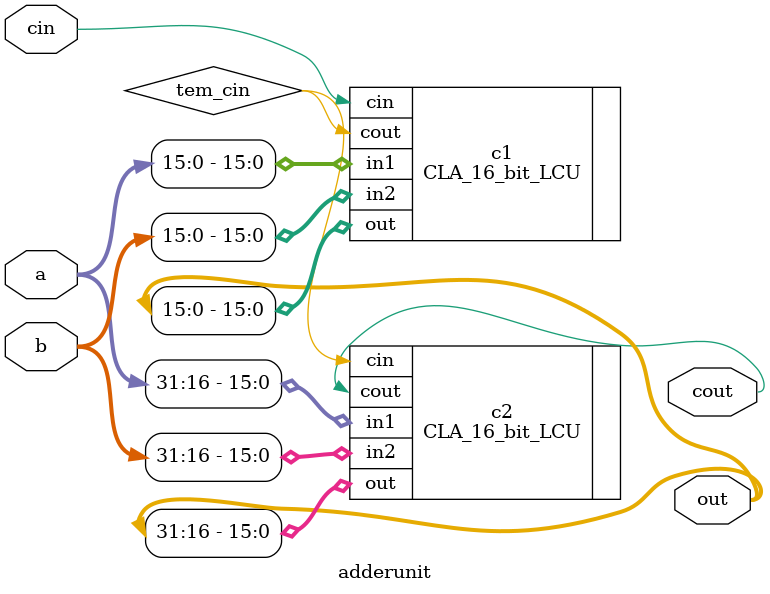
<source format=v>
`timescale 1ns / 1ps
module adderunit(input signed [31:0] a, input signed [31:0] b, input cin, output [31:0] out, output cout);

wire [15:0] tem;
wire tem_cin;

CLA_16_bit_LCU c1(.in1(a[15:0]),.in2(b[15:0]),.cin(cin),.out(out[15:0]),.cout(tem_cin));
CLA_16_bit_LCU c2(.in1(a[31:16]),.in2(b[31:16]),.cin(tem_cin),.out(out[31:16]),.cout(cout));

endmodule

</source>
